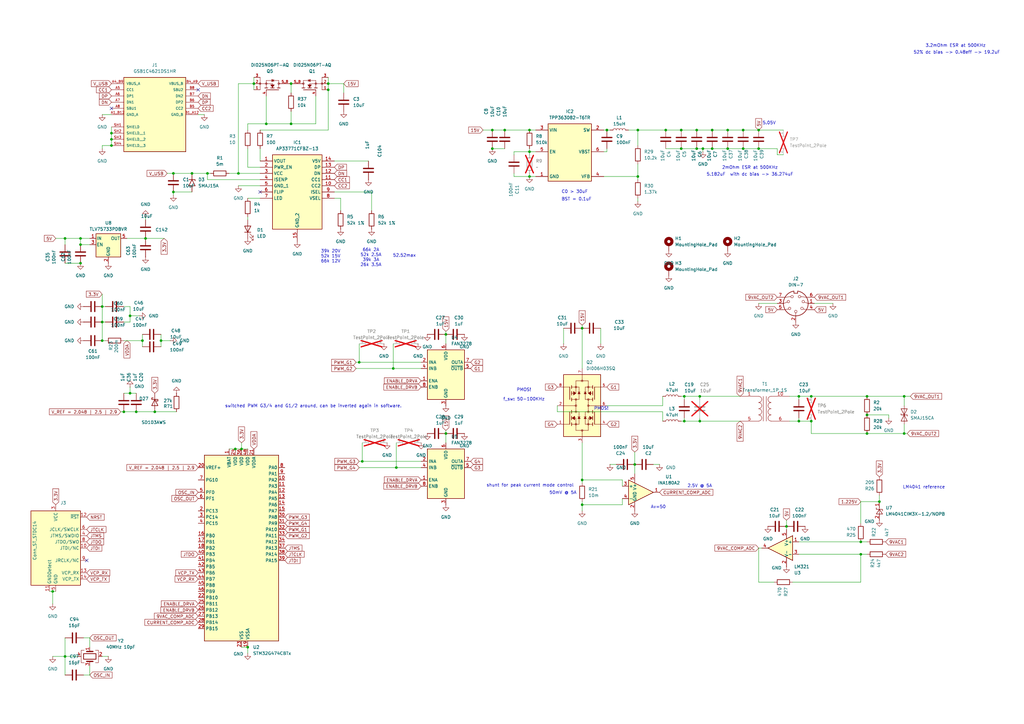
<source format=kicad_sch>
(kicad_sch
	(version 20250114)
	(generator "eeschema")
	(generator_version "9.0")
	(uuid "3c972f41-0cf6-4df5-8102-00aa652b6726")
	(paper "A3")
	
	(text "switched PWM G3/4 and G1/2 around, can be inverted again in software."
		(exclude_from_sim no)
		(at 128.524 166.624 0)
		(effects
			(font
				(size 1.27 1.27)
			)
		)
		(uuid "0e8b58b0-573b-445f-8859-03589f6b4c13")
	)
	(text "52.52max"
		(exclude_from_sim no)
		(at 165.862 104.902 0)
		(effects
			(font
				(size 1.27 1.27)
			)
		)
		(uuid "18e1bcb5-4942-4729-8a38-39d5a8855e62")
	)
	(text "f_sw: 50-100KHz"
		(exclude_from_sim no)
		(at 214.884 163.83 0)
		(effects
			(font
				(size 1.27 1.27)
			)
		)
		(uuid "234528d0-1e10-47ee-b27a-194397580f26")
	)
	(text "C0 > 30uF"
		(exclude_from_sim no)
		(at 235.712 78.74 0)
		(effects
			(font
				(size 1.27 1.27)
			)
		)
		(uuid "39862c9c-c09c-4b15-91fe-688dded6529f")
	)
	(text "2mOhm ESR at 500KHz"
		(exclude_from_sim no)
		(at 307.594 68.834 0)
		(effects
			(font
				(size 1.27 1.27)
			)
		)
		(uuid "51e1654c-827e-4684-9006-cd954eae2f25")
	)
	(text "5.05V"
		(exclude_from_sim no)
		(at 315.468 50.546 0)
		(effects
			(font
				(size 1.27 1.27)
			)
		)
		(uuid "5f160f3f-ac2d-49c9-a3fc-c31efea8403e")
	)
	(text "5.182uF  with dc bias -> 36.274uF"
		(exclude_from_sim no)
		(at 307.594 71.628 0)
		(effects
			(font
				(size 1.27 1.27)
			)
		)
		(uuid "6bb95b7d-18e2-49f0-bbc2-2313eb93db39")
	)
	(text "2.5V @ 5A"
		(exclude_from_sim no)
		(at 287.02 199.39 0)
		(effects
			(font
				(size 1.27 1.27)
			)
		)
		(uuid "806b4fdb-9869-44bf-8c9f-2be4bc2eff6b")
	)
	(text "PMOS!"
		(exclude_from_sim no)
		(at 214.884 160.02 0)
		(effects
			(font
				(size 1.27 1.27)
			)
		)
		(uuid "8133b68a-e2d1-4f5e-87f4-42ae7a9baa61")
	)
	(text "PMOS!"
		(exclude_from_sim no)
		(at 246.634 167.64 0)
		(effects
			(font
				(size 1.27 1.27)
			)
		)
		(uuid "868a4c98-cb9c-4f26-a8d9-50a8a1f8ad13")
	)
	(text "3.2mOhm ESR at 500KHz"
		(exclude_from_sim no)
		(at 391.922 18.796 0)
		(effects
			(font
				(size 1.27 1.27)
			)
		)
		(uuid "942f0fa1-95ce-4cca-b9ce-7354f8577e1d")
	)
	(text "50mV @ 5A"
		(exclude_from_sim no)
		(at 230.886 202.184 0)
		(effects
			(font
				(size 1.27 1.27)
			)
		)
		(uuid "a4b38243-0b55-47ea-8aed-e6b60c0b10eb")
	)
	(text "Av=50"
		(exclude_from_sim no)
		(at 270.002 208.026 0)
		(effects
			(font
				(size 1.27 1.27)
			)
		)
		(uuid "bfb800b4-4e34-4e00-ae5f-d2a96ac238e0")
	)
	(text "52% dc bias -> 0.48eff -> 19.2uF"
		(exclude_from_sim no)
		(at 392.43 21.59 0)
		(effects
			(font
				(size 1.27 1.27)
			)
		)
		(uuid "d935ef20-b823-44b7-bc5f-5563ac11d6f1")
	)
	(text "66k 2A\n52k 2.5A\n39k 3A\n26k 3.5A"
		(exclude_from_sim no)
		(at 152.146 105.664 0)
		(effects
			(font
				(size 1.27 1.27)
			)
		)
		(uuid "d98d8af5-838d-49b2-89e0-78828e67e804")
	)
	(text "shunt for peak current mode control"
		(exclude_from_sim no)
		(at 217.424 199.136 0)
		(effects
			(font
				(size 1.27 1.27)
			)
		)
		(uuid "dc495c54-4fb0-4df9-95a4-480faf46cf4a")
	)
	(text "39k 20V\n52k 15V\n66k 12V"
		(exclude_from_sim no)
		(at 135.636 105.156 0)
		(effects
			(font
				(size 1.27 1.27)
			)
		)
		(uuid "f762216d-93f4-4a5e-9193-004a2d5e5fc5")
	)
	(text "BST = 0.1uF"
		(exclude_from_sim no)
		(at 236.474 81.788 0)
		(effects
			(font
				(size 1.27 1.27)
			)
		)
		(uuid "fb20c05f-0576-4b1e-8b88-c03950a5fb9e")
	)
	(text "LM4041 reference"
		(exclude_from_sim no)
		(at 378.968 199.898 0)
		(effects
			(font
				(size 1.27 1.27)
			)
		)
		(uuid "fb6e896d-f28c-4020-9da6-6ec15bec82b7")
	)
	(junction
		(at 119.38 50.8)
		(diameter 0)
		(color 0 0 0 0)
		(uuid "035d23c0-ad23-4f8c-ae10-1834b4e97699")
	)
	(junction
		(at 260.35 190.5)
		(diameter 0)
		(color 0 0 0 0)
		(uuid "03722880-bef1-454d-b314-15b96251ce1b")
	)
	(junction
		(at 21.59 242.57)
		(diameter 0)
		(color 0 0 0 0)
		(uuid "0f57ed08-4432-415e-a3a9-5672bdd80cc0")
	)
	(junction
		(at 280.67 162.56)
		(diameter 0)
		(color 0 0 0 0)
		(uuid "12ecabfa-d8ef-4780-a317-6a60de8a936a")
	)
	(junction
		(at 355.6 170.18)
		(diameter 0)
		(color 0 0 0 0)
		(uuid "16b84d46-82b7-4566-a38a-75f4cfe4c41d")
	)
	(junction
		(at 78.74 71.12)
		(diameter 0)
		(color 0 0 0 0)
		(uuid "19c81a47-1a6c-4f57-ac22-d5e3fe52c58c")
	)
	(junction
		(at 41.91 132.08)
		(diameter 0)
		(color 0 0 0 0)
		(uuid "1d1d1ab6-764f-42a9-93ad-0184c2ea06f6")
	)
	(junction
		(at 134.62 34.29)
		(diameter 0)
		(color 0 0 0 0)
		(uuid "23eebac0-ac3b-49bd-8fb1-36dc643651d8")
	)
	(junction
		(at 207.01 53.34)
		(diameter 0)
		(color 0 0 0 0)
		(uuid "2c57ee55-c831-46f7-af44-25ea83eeb4d0")
	)
	(junction
		(at 370.84 177.8)
		(diameter 0)
		(color 0 0 0 0)
		(uuid "2f24861c-ef24-458d-967e-bc71a864b0df")
	)
	(junction
		(at 134.62 36.83)
		(diameter 0)
		(color 0 0 0 0)
		(uuid "39ac35b5-d776-4c12-add6-f7941598251b")
	)
	(junction
		(at 355.6 162.56)
		(diameter 0)
		(color 0 0 0 0)
		(uuid "3a24b55c-41d4-4904-9b2b-01460b82eb79")
	)
	(junction
		(at 288.29 60.96)
		(diameter 0)
		(color 0 0 0 0)
		(uuid "40430a42-5211-40e9-9c36-09a906c4edd7")
	)
	(junction
		(at 311.15 53.34)
		(diameter 0)
		(color 0 0 0 0)
		(uuid "425891c6-89ac-45e9-b510-df12f2e1d800")
	)
	(junction
		(at 238.76 207.01)
		(diameter 0)
		(color 0 0 0 0)
		(uuid "430e658b-2771-43d7-84bc-af603779c5f4")
	)
	(junction
		(at 287.02 172.72)
		(diameter 0)
		(color 0 0 0 0)
		(uuid "437fee70-c38f-4212-803c-bc215c919ee0")
	)
	(junction
		(at 55.88 168.91)
		(diameter 0)
		(color 0 0 0 0)
		(uuid "447bde10-6b12-4cba-83d9-6cd9bdf4e762")
	)
	(junction
		(at 327.66 172.72)
		(diameter 0)
		(color 0 0 0 0)
		(uuid "448697a9-4737-44ea-a731-5dcb5d6acb11")
	)
	(junction
		(at 53.34 161.29)
		(diameter 0)
		(color 0 0 0 0)
		(uuid "46834ef6-84ad-4016-90b7-127283a5a136")
	)
	(junction
		(at 353.06 227.33)
		(diameter 0)
		(color 0 0 0 0)
		(uuid "4b49f67d-5afd-48f7-ac1b-41db64b015c6")
	)
	(junction
		(at 322.58 215.9)
		(diameter 0)
		(color 0 0 0 0)
		(uuid "4bbcee71-9414-4dd4-b8fd-68dd0ad17ba6")
	)
	(junction
		(at 59.69 97.79)
		(diameter 0)
		(color 0 0 0 0)
		(uuid "4c067608-37f8-44ab-9f5a-ca05f5ebc20d")
	)
	(junction
		(at 96.52 184.15)
		(diameter 0)
		(color 0 0 0 0)
		(uuid "4dde4f2d-8f05-42d9-bc35-b4091779f89c")
	)
	(junction
		(at 50.8 168.91)
		(diameter 0)
		(color 0 0 0 0)
		(uuid "4e451d9a-88aa-4732-83a2-084f0a9550c2")
	)
	(junction
		(at 279.4 60.96)
		(diameter 0)
		(color 0 0 0 0)
		(uuid "4e5d6310-77cc-4132-bfa8-3821b55c10aa")
	)
	(junction
		(at 104.14 34.29)
		(diameter 0)
		(color 0 0 0 0)
		(uuid "4efa7227-5d01-4225-b631-502d0774e31a")
	)
	(junction
		(at 101.6 265.43)
		(diameter 0)
		(color 0 0 0 0)
		(uuid "59cf2aac-ee56-4e2b-ad9f-feedf4e50f1f")
	)
	(junction
		(at 217.17 72.39)
		(diameter 0)
		(color 0 0 0 0)
		(uuid "660be8d9-fbde-4593-adc2-d4ac456fb172")
	)
	(junction
		(at 182.88 177.8)
		(diameter 0)
		(color 0 0 0 0)
		(uuid "686738d6-263c-4cc2-af57-2f41cb6b5e96")
	)
	(junction
		(at 298.45 53.34)
		(diameter 0)
		(color 0 0 0 0)
		(uuid "69b9bd20-c8e6-4614-b015-68eea0dfcc3a")
	)
	(junction
		(at 148.59 189.23)
		(diameter 0)
		(color 0 0 0 0)
		(uuid "7547cf25-3331-46eb-b9c0-061a835ada61")
	)
	(junction
		(at 332.74 172.72)
		(diameter 0)
		(color 0 0 0 0)
		(uuid "779c0a9c-e570-417e-a20c-da746faebd73")
	)
	(junction
		(at 311.15 60.96)
		(diameter 0)
		(color 0 0 0 0)
		(uuid "79461b3b-2fd1-46b2-8505-3a8fba7111d1")
	)
	(junction
		(at 304.8 53.34)
		(diameter 0)
		(color 0 0 0 0)
		(uuid "82bd5e2c-5b27-4c7d-8e77-4a3558f8c3bc")
	)
	(junction
		(at 99.06 184.15)
		(diameter 0)
		(color 0 0 0 0)
		(uuid "8d0a07f2-4018-45ac-a679-36dec95b38a3")
	)
	(junction
		(at 273.05 53.34)
		(diameter 0)
		(color 0 0 0 0)
		(uuid "8e7702ab-d341-4571-ac3c-3edf6226b2af")
	)
	(junction
		(at 119.38 34.29)
		(diameter 0)
		(color 0 0 0 0)
		(uuid "90b25ef5-402d-4f87-9f7c-9c2c48a20c65")
	)
	(junction
		(at 41.91 139.7)
		(diameter 0)
		(color 0 0 0 0)
		(uuid "98dca95e-f53f-48cc-ad8a-e0a0c66d3acb")
	)
	(junction
		(at 248.92 53.34)
		(diameter 0)
		(color 0 0 0 0)
		(uuid "99a62664-7465-41c7-99ab-c5e091af9817")
	)
	(junction
		(at 109.22 50.8)
		(diameter 0)
		(color 0 0 0 0)
		(uuid "9baf3492-f6ff-4e00-bfbb-98363ebc4cf5")
	)
	(junction
		(at 285.75 60.96)
		(diameter 0)
		(color 0 0 0 0)
		(uuid "a0d9a766-4f84-498f-b0f9-f8505ac4e4fb")
	)
	(junction
		(at 279.4 53.34)
		(diameter 0)
		(color 0 0 0 0)
		(uuid "a1b5120c-0b25-4352-bf0d-3a74c444e699")
	)
	(junction
		(at 201.93 53.34)
		(diameter 0)
		(color 0 0 0 0)
		(uuid "a1badd01-3b21-4085-999c-fb140d7e2bc4")
	)
	(junction
		(at 45.72 57.15)
		(diameter 0)
		(color 0 0 0 0)
		(uuid "a20f672a-41b0-441f-a36c-49bd442edd52")
	)
	(junction
		(at 97.79 71.12)
		(diameter 0)
		(color 0 0 0 0)
		(uuid "a24f1ce0-6da9-45cb-8232-16013191cfbe")
	)
	(junction
		(at 261.62 53.34)
		(diameter 0)
		(color 0 0 0 0)
		(uuid "a4a10ab1-ef3e-452f-9faa-3ba50cc54d8c")
	)
	(junction
		(at 182.88 137.16)
		(diameter 0)
		(color 0 0 0 0)
		(uuid "a52e8ee6-e110-4e91-a730-eda801763dcc")
	)
	(junction
		(at 370.84 162.56)
		(diameter 0)
		(color 0 0 0 0)
		(uuid "ab135de8-ae42-4a02-b908-b0b29e2ecb47")
	)
	(junction
		(at 360.68 205.74)
		(diameter 0)
		(color 0 0 0 0)
		(uuid "ae5846b7-3edf-4c22-a343-36acb92515fd")
	)
	(junction
		(at 292.1 53.34)
		(diameter 0)
		(color 0 0 0 0)
		(uuid "b229ef49-11d8-48e3-9487-2835c6a11988")
	)
	(junction
		(at 45.72 59.69)
		(diameter 0)
		(color 0 0 0 0)
		(uuid "b3b2ceb0-a804-4660-89c8-276053d3f327")
	)
	(junction
		(at 33.02 100.33)
		(diameter 0)
		(color 0 0 0 0)
		(uuid "b3fc8180-d4c3-4854-9b33-443d5f21a5b8")
	)
	(junction
		(at 71.12 78.74)
		(diameter 0)
		(color 0 0 0 0)
		(uuid "b4187b28-45d5-4380-830b-b7080619ee64")
	)
	(junction
		(at 162.56 191.77)
		(diameter 0)
		(color 0 0 0 0)
		(uuid "b4bed920-4979-4c95-90d7-26de0c4a9974")
	)
	(junction
		(at 26.67 97.79)
		(diameter 0)
		(color 0 0 0 0)
		(uuid "b781b2d6-a895-4afd-8dfb-9fe1df7a9e7e")
	)
	(junction
		(at 287.02 162.56)
		(diameter 0)
		(color 0 0 0 0)
		(uuid "ba72b139-177c-4060-a3f6-eb10cb279832")
	)
	(junction
		(at 261.62 72.39)
		(diameter 0)
		(color 0 0 0 0)
		(uuid "babcfd71-e5b4-452c-90b1-4a4ae3e64a67")
	)
	(junction
		(at 26.67 269.24)
		(diameter 0)
		(color 0 0 0 0)
		(uuid "baf1dd0a-e36a-4b34-8020-93a3499e9ae2")
	)
	(junction
		(at 66.04 139.7)
		(diameter 0)
		(color 0 0 0 0)
		(uuid "bd464eec-7965-424c-afe4-193343d590dd")
	)
	(junction
		(at 217.17 53.34)
		(diameter 0)
		(color 0 0 0 0)
		(uuid "c421e81e-c524-48f2-be23-feeb267f1ee9")
	)
	(junction
		(at 58.42 139.7)
		(diameter 0)
		(color 0 0 0 0)
		(uuid "c4c980d0-e835-429d-b9a7-ad4b1b1960b3")
	)
	(junction
		(at 238.76 196.85)
		(diameter 0)
		(color 0 0 0 0)
		(uuid "c54bf8ea-f73b-4066-af45-96e59fd5121c")
	)
	(junction
		(at 292.1 60.96)
		(diameter 0)
		(color 0 0 0 0)
		(uuid "c5c633f9-8733-4d1e-96cb-70f558a6a5b7")
	)
	(junction
		(at 147.32 148.59)
		(diameter 0)
		(color 0 0 0 0)
		(uuid "c6173f5a-6721-4bc9-aff2-3c332520b4cd")
	)
	(junction
		(at 53.34 129.54)
		(diameter 0)
		(color 0 0 0 0)
		(uuid "c9009699-8921-4df5-9901-d6b1535b0221")
	)
	(junction
		(at 33.02 107.95)
		(diameter 0)
		(color 0 0 0 0)
		(uuid "c960621b-0d85-4761-8667-7429bf0a837c")
	)
	(junction
		(at 353.06 222.25)
		(diameter 0)
		(color 0 0 0 0)
		(uuid "cb963968-7093-4ecd-b0df-45e3c7e58b72")
	)
	(junction
		(at 332.74 162.56)
		(diameter 0)
		(color 0 0 0 0)
		(uuid "ce6d93e5-9943-4980-ad22-3cc495b0bb50")
	)
	(junction
		(at 327.66 162.56)
		(diameter 0)
		(color 0 0 0 0)
		(uuid "cfad84f8-a703-49b8-b9de-781927faa0d7")
	)
	(junction
		(at 298.45 60.96)
		(diameter 0)
		(color 0 0 0 0)
		(uuid "d5e8410c-2d0c-4a23-8f26-7cc77885cc9e")
	)
	(junction
		(at 71.12 71.12)
		(diameter 0)
		(color 0 0 0 0)
		(uuid "d95144ca-421e-42cd-8947-2c52c0d9a089")
	)
	(junction
		(at 238.76 134.62)
		(diameter 0)
		(color 0 0 0 0)
		(uuid "da245d33-fa1d-4148-9c83-7bd2bf9176ed")
	)
	(junction
		(at 201.93 60.96)
		(diameter 0)
		(color 0 0 0 0)
		(uuid "da864505-be2b-4611-85a0-6ab34dbe874a")
	)
	(junction
		(at 280.67 172.72)
		(diameter 0)
		(color 0 0 0 0)
		(uuid "dae54668-d2ac-43ed-979a-712aa9c0200d")
	)
	(junction
		(at 285.75 53.34)
		(diameter 0)
		(color 0 0 0 0)
		(uuid "dbd43649-9713-4a89-ad92-9b89637c7944")
	)
	(junction
		(at 45.72 54.61)
		(diameter 0)
		(color 0 0 0 0)
		(uuid "dda0f77d-1fc8-4c3c-8b60-ad9e2c30de79")
	)
	(junction
		(at 33.02 97.79)
		(diameter 0)
		(color 0 0 0 0)
		(uuid "dec2d450-c4d4-4a7e-b7d4-d457d015959b")
	)
	(junction
		(at 304.8 60.96)
		(diameter 0)
		(color 0 0 0 0)
		(uuid "e2087509-e685-4f50-bb68-ef7d1201b605")
	)
	(junction
		(at 63.5 168.91)
		(diameter 0)
		(color 0 0 0 0)
		(uuid "e235faec-6dca-4529-811b-654a13c5487d")
	)
	(junction
		(at 161.29 151.13)
		(diameter 0)
		(color 0 0 0 0)
		(uuid "eab2d6a9-1bc3-450d-b83a-3a4c5c6be614")
	)
	(junction
		(at 41.91 125.73)
		(diameter 0)
		(color 0 0 0 0)
		(uuid "ed1f93df-0488-4b4c-81e6-fd274be5c5e5")
	)
	(junction
		(at 217.17 62.23)
		(diameter 0)
		(color 0 0 0 0)
		(uuid "f4e6196c-323d-43fb-9cec-02b47074cdfa")
	)
	(junction
		(at 85.09 71.12)
		(diameter 0)
		(color 0 0 0 0)
		(uuid "fcb45f81-78a4-4b0f-938b-0a8effd429c2")
	)
	(junction
		(at 355.6 177.8)
		(diameter 0)
		(color 0 0 0 0)
		(uuid "ffa710d9-ea4d-40b2-a998-71a781d6df34")
	)
	(no_connect
		(at 35.56 229.87)
		(uuid "6eb24b60-2160-407a-abf0-228fa53b905f")
	)
	(no_connect
		(at 81.28 36.83)
		(uuid "a0dd31af-2bb8-4b09-9320-df59e89635d5")
	)
	(no_connect
		(at 106.68 78.74)
		(uuid "b67b68a5-047f-4c81-b975-ae4a6ee895d4")
	)
	(no_connect
		(at 45.72 44.45)
		(uuid "befb5081-9840-4f4f-8320-868555d91052")
	)
	(wire
		(pts
			(xy 146.05 148.59) (xy 147.32 148.59)
		)
		(stroke
			(width 0)
			(type default)
		)
		(uuid "05446da5-6aa8-4c7f-ac2a-3c60a1ef50b1")
	)
	(wire
		(pts
			(xy 271.78 166.37) (xy 271.78 162.56)
		)
		(stroke
			(width 0)
			(type default)
		)
		(uuid "05babd3e-108b-4f6c-9036-e0609b1abf04")
	)
	(wire
		(pts
			(xy 246.38 134.62) (xy 246.38 140.97)
		)
		(stroke
			(width 0)
			(type default)
		)
		(uuid "05e52c13-4fbb-40bf-bd77-0cf2ca6c531b")
	)
	(wire
		(pts
			(xy 279.4 162.56) (xy 280.67 162.56)
		)
		(stroke
			(width 0)
			(type default)
		)
		(uuid "0d4ed506-56dc-4198-a8b7-557a36e4a007")
	)
	(wire
		(pts
			(xy 353.06 238.76) (xy 353.06 227.33)
		)
		(stroke
			(width 0)
			(type default)
		)
		(uuid "0d75c7ff-dd83-4cf8-bf21-d6b74bf01b87")
	)
	(wire
		(pts
			(xy 162.56 191.77) (xy 172.72 191.77)
		)
		(stroke
			(width 0)
			(type default)
		)
		(uuid "0d91c39c-2f98-4de3-b1e6-5c6ca3db6130")
	)
	(wire
		(pts
			(xy 109.22 50.8) (xy 119.38 50.8)
		)
		(stroke
			(width 0)
			(type default)
		)
		(uuid "110c79b8-f077-45d8-8acd-555bcdb25eea")
	)
	(wire
		(pts
			(xy 101.6 53.34) (xy 101.6 50.8)
		)
		(stroke
			(width 0)
			(type default)
		)
		(uuid "11183ea6-bb9b-4ba5-8730-1752ce5ed817")
	)
	(wire
		(pts
			(xy 148.59 189.23) (xy 172.72 189.23)
		)
		(stroke
			(width 0)
			(type default)
		)
		(uuid "13d7fb4e-66df-4043-bc50-aa1c9684cef7")
	)
	(wire
		(pts
			(xy 41.91 46.99) (xy 45.72 46.99)
		)
		(stroke
			(width 0)
			(type default)
		)
		(uuid "14728dd0-b0ee-4fba-8eb8-d89f901ab49c")
	)
	(wire
		(pts
			(xy 355.6 170.18) (xy 364.49 170.18)
		)
		(stroke
			(width 0)
			(type default)
		)
		(uuid "14de9336-966d-417e-ab3b-395b0e707e35")
	)
	(wire
		(pts
			(xy 119.38 45.72) (xy 119.38 50.8)
		)
		(stroke
			(width 0)
			(type default)
		)
		(uuid "159ad255-0f5e-4596-bcef-52feb951c9c0")
	)
	(wire
		(pts
			(xy 41.91 132.08) (xy 41.91 139.7)
		)
		(stroke
			(width 0)
			(type default)
		)
		(uuid "15bb2db6-ebc2-42c0-a83d-4f2cacb0dcda")
	)
	(wire
		(pts
			(xy 182.88 135.89) (xy 182.88 137.16)
		)
		(stroke
			(width 0)
			(type default)
		)
		(uuid "161157e8-f0a3-4667-9084-09734d850cc0")
	)
	(wire
		(pts
			(xy 201.93 60.96) (xy 207.01 60.96)
		)
		(stroke
			(width 0)
			(type default)
		)
		(uuid "16f3a8f2-d5ef-410c-8860-ec5b835f58fe")
	)
	(wire
		(pts
			(xy 353.06 205.74) (xy 353.06 214.63)
		)
		(stroke
			(width 0)
			(type default)
		)
		(uuid "179fdb5c-89e9-4bed-bc07-533f4717ef95")
	)
	(wire
		(pts
			(xy 238.76 134.62) (xy 238.76 151.13)
		)
		(stroke
			(width 0)
			(type default)
		)
		(uuid "18f68d82-13b3-4b29-8e4b-47e0cb762ca9")
	)
	(wire
		(pts
			(xy 119.38 34.29) (xy 119.38 38.1)
		)
		(stroke
			(width 0)
			(type default)
		)
		(uuid "190d5523-d15a-4a16-955d-a22f20e2a2d7")
	)
	(wire
		(pts
			(xy 97.79 34.29) (xy 97.79 71.12)
		)
		(stroke
			(width 0)
			(type default)
		)
		(uuid "1a673e07-e46a-461c-9222-d8be826da6ea")
	)
	(wire
		(pts
			(xy 210.82 63.5) (xy 210.82 62.23)
		)
		(stroke
			(width 0)
			(type default)
		)
		(uuid "1ac04d22-c8ef-410c-b1c2-c68dc526e6df")
	)
	(wire
		(pts
			(xy 280.67 162.56) (xy 280.67 163.83)
		)
		(stroke
			(width 0)
			(type default)
		)
		(uuid "1d01092a-833a-408b-962b-a5061fc06af1")
	)
	(wire
		(pts
			(xy 323.85 162.56) (xy 327.66 162.56)
		)
		(stroke
			(width 0)
			(type default)
		)
		(uuid "1d6c11e1-5056-4f23-96e3-dad1044f39a0")
	)
	(wire
		(pts
			(xy 96.52 184.15) (xy 93.98 184.15)
		)
		(stroke
			(width 0)
			(type default)
		)
		(uuid "1dd7436d-aa36-4d78-ac08-87c9bceadf8d")
	)
	(wire
		(pts
			(xy 327.66 222.25) (xy 353.06 222.25)
		)
		(stroke
			(width 0)
			(type default)
		)
		(uuid "1e9f00ab-1d28-433c-8c75-17bd95acc098")
	)
	(wire
		(pts
			(xy 66.04 139.7) (xy 69.85 139.7)
		)
		(stroke
			(width 0)
			(type default)
		)
		(uuid "1f8f6781-b0d9-4366-9290-a1d8cc1e47fd")
	)
	(wire
		(pts
			(xy 370.84 173.99) (xy 370.84 177.8)
		)
		(stroke
			(width 0)
			(type default)
		)
		(uuid "1f9394db-e46f-44a3-bd36-1dd3ba8a323d")
	)
	(wire
		(pts
			(xy 49.53 168.91) (xy 50.8 168.91)
		)
		(stroke
			(width 0)
			(type default)
		)
		(uuid "1fe82f60-84bc-4689-a0fb-6b45783591d2")
	)
	(wire
		(pts
			(xy 370.84 162.56) (xy 373.38 162.56)
		)
		(stroke
			(width 0)
			(type default)
		)
		(uuid "20b3c9a8-dc2d-4a43-bd21-77d9d26a4dd2")
	)
	(wire
		(pts
			(xy 311.15 238.76) (xy 317.5 238.76)
		)
		(stroke
			(width 0)
			(type default)
		)
		(uuid "21c86f3f-9513-42ac-b72c-1c636cebcc7a")
	)
	(wire
		(pts
			(xy 33.02 97.79) (xy 36.83 97.79)
		)
		(stroke
			(width 0)
			(type default)
		)
		(uuid "21f12306-a8fd-4c89-bcd8-7858b3ec6544")
	)
	(wire
		(pts
			(xy 292.1 53.34) (xy 298.45 53.34)
		)
		(stroke
			(width 0)
			(type default)
		)
		(uuid "245efbff-ae45-41b7-89ca-449ded9d29f1")
	)
	(wire
		(pts
			(xy 261.62 82.55) (xy 261.62 81.28)
		)
		(stroke
			(width 0)
			(type default)
		)
		(uuid "269cc68d-b4b8-49c4-82eb-88cbf3ba238f")
	)
	(wire
		(pts
			(xy 50.8 132.08) (xy 53.34 132.08)
		)
		(stroke
			(width 0)
			(type default)
		)
		(uuid "273c0758-793e-4ca5-a285-026cccfd791c")
	)
	(wire
		(pts
			(xy 311.15 53.34) (xy 321.31 53.34)
		)
		(stroke
			(width 0)
			(type default)
		)
		(uuid "27a10e10-ee17-461b-984d-8eeb7e12f176")
	)
	(wire
		(pts
			(xy 53.34 129.54) (xy 53.34 125.73)
		)
		(stroke
			(width 0)
			(type default)
		)
		(uuid "285ef9fb-673d-4f25-888d-9d010c49d13d")
	)
	(wire
		(pts
			(xy 148.59 181.61) (xy 148.59 189.23)
		)
		(stroke
			(width 0)
			(type default)
		)
		(uuid "2af301b0-7a1c-4118-ab47-4f1c494da249")
	)
	(wire
		(pts
			(xy 217.17 60.96) (xy 217.17 62.23)
		)
		(stroke
			(width 0)
			(type default)
		)
		(uuid "2d3b3d94-37fb-4f4a-b572-5e4b9665685a")
	)
	(wire
		(pts
			(xy 288.29 60.96) (xy 288.29 62.23)
		)
		(stroke
			(width 0)
			(type default)
		)
		(uuid "2ed70c1d-31e4-4cd7-abf2-2c5a8c05d91a")
	)
	(wire
		(pts
			(xy 161.29 140.97) (xy 161.29 151.13)
		)
		(stroke
			(width 0)
			(type default)
		)
		(uuid "2f22510e-6c23-4189-bf3d-e8f4dd209de3")
	)
	(wire
		(pts
			(xy 36.83 276.86) (xy 34.29 276.86)
		)
		(stroke
			(width 0)
			(type default)
		)
		(uuid "2f4367f0-0f53-4309-abf1-7b5219bd4fd8")
	)
	(wire
		(pts
			(xy 106.68 73.66) (xy 85.09 73.66)
		)
		(stroke
			(width 0)
			(type default)
		)
		(uuid "2f9095be-5378-4b4d-b47c-dafc25d431ce")
	)
	(wire
		(pts
			(xy 106.68 60.96) (xy 106.68 66.04)
		)
		(stroke
			(width 0)
			(type default)
		)
		(uuid "309978db-4acb-41c4-9b83-cfebd738bee2")
	)
	(wire
		(pts
			(xy 21.59 242.57) (xy 21.59 247.65)
		)
		(stroke
			(width 0)
			(type default)
		)
		(uuid "3653ece6-269d-49a6-b101-19555ce0fbf3")
	)
	(wire
		(pts
			(xy 355.6 162.56) (xy 370.84 162.56)
		)
		(stroke
			(width 0)
			(type default)
		)
		(uuid "365d31d9-2bde-4c68-bb66-e06e70797400")
	)
	(wire
		(pts
			(xy 85.09 73.66) (xy 85.09 71.12)
		)
		(stroke
			(width 0)
			(type default)
		)
		(uuid "380b46d3-90a5-4b76-aa8d-760262b35119")
	)
	(wire
		(pts
			(xy 68.58 71.12) (xy 71.12 71.12)
		)
		(stroke
			(width 0)
			(type default)
		)
		(uuid "391de27f-e6d5-4929-8067-d8722fe6a6ca")
	)
	(wire
		(pts
			(xy 66.04 137.16) (xy 66.04 139.7)
		)
		(stroke
			(width 0)
			(type default)
		)
		(uuid "3b0e183c-3122-4603-a6c7-ef8ea0c02d2d")
	)
	(wire
		(pts
			(xy 353.06 205.74) (xy 360.68 205.74)
		)
		(stroke
			(width 0)
			(type default)
		)
		(uuid "3c26f7d6-4f1f-44cd-9623-87edb058aaba")
	)
	(wire
		(pts
			(xy 327.66 162.56) (xy 332.74 162.56)
		)
		(stroke
			(width 0)
			(type default)
		)
		(uuid "3cfef8c0-5d98-4179-a63d-738200d24946")
	)
	(wire
		(pts
			(xy 59.69 90.17) (xy 59.69 88.9)
		)
		(stroke
			(width 0)
			(type default)
		)
		(uuid "3d1d1861-938b-4e9f-942e-f52d82b90f99")
	)
	(wire
		(pts
			(xy 26.67 269.24) (xy 31.75 269.24)
		)
		(stroke
			(width 0)
			(type default)
		)
		(uuid "3df8e84b-97ab-4d1d-bb6a-8fdaecc4f983")
	)
	(wire
		(pts
			(xy 292.1 60.96) (xy 298.45 60.96)
		)
		(stroke
			(width 0)
			(type default)
		)
		(uuid "3e104683-6826-4423-b704-495c1e90b955")
	)
	(wire
		(pts
			(xy 137.16 66.04) (xy 151.13 66.04)
		)
		(stroke
			(width 0)
			(type default)
		)
		(uuid "3fb0f07e-0bd7-4748-ba77-4e3374a4eee6")
	)
	(wire
		(pts
			(xy 327.66 162.56) (xy 327.66 163.83)
		)
		(stroke
			(width 0)
			(type default)
		)
		(uuid "409037cd-10be-45ac-8a6a-e8d2e8a4a00d")
	)
	(wire
		(pts
			(xy 152.4 78.74) (xy 152.4 86.36)
		)
		(stroke
			(width 0)
			(type default)
		)
		(uuid "42b426a9-3a61-462b-b8a7-e63a2a3529cd")
	)
	(wire
		(pts
			(xy 231.14 134.62) (xy 231.14 140.97)
		)
		(stroke
			(width 0)
			(type default)
		)
		(uuid "42f85a7b-7694-4275-86a1-699b6978a475")
	)
	(wire
		(pts
			(xy 260.35 190.5) (xy 260.35 194.31)
		)
		(stroke
			(width 0)
			(type default)
		)
		(uuid "435f8fea-8c3d-4699-adb6-5f3e90ae0f01")
	)
	(wire
		(pts
			(xy 273.05 60.96) (xy 279.4 60.96)
		)
		(stroke
			(width 0)
			(type default)
		)
		(uuid "43c3d6e6-5bc5-4417-aae5-c091e276e617")
	)
	(wire
		(pts
			(xy 101.6 68.58) (xy 101.6 60.96)
		)
		(stroke
			(width 0)
			(type default)
		)
		(uuid "43def9df-c0fc-4bd0-9846-26f0277d2288")
	)
	(wire
		(pts
			(xy 238.76 198.12) (xy 238.76 196.85)
		)
		(stroke
			(width 0)
			(type default)
		)
		(uuid "44b9a11f-d33c-48d7-9e99-fe0422aae235")
	)
	(wire
		(pts
			(xy 53.34 125.73) (xy 50.8 125.73)
		)
		(stroke
			(width 0)
			(type default)
		)
		(uuid "47cffc84-7629-4f37-b6dd-a646430480cb")
	)
	(wire
		(pts
			(xy 285.75 60.96) (xy 288.29 60.96)
		)
		(stroke
			(width 0)
			(type default)
		)
		(uuid "487e1bd6-7d8c-4dbd-85e4-14e8c00b748f")
	)
	(wire
		(pts
			(xy 287.02 172.72) (xy 303.53 172.72)
		)
		(stroke
			(width 0)
			(type default)
		)
		(uuid "48f7bf94-60b9-4d93-8eda-e822c9748462")
	)
	(wire
		(pts
			(xy 45.72 59.69) (xy 41.91 59.69)
		)
		(stroke
			(width 0)
			(type default)
		)
		(uuid "4b606363-9721-4cf7-a941-be0edd785f91")
	)
	(wire
		(pts
			(xy 332.74 177.8) (xy 332.74 172.72)
		)
		(stroke
			(width 0)
			(type default)
		)
		(uuid "4b720ebf-ab32-4b06-8dcf-a827248916d5")
	)
	(wire
		(pts
			(xy 101.6 88.9) (xy 101.6 90.17)
		)
		(stroke
			(width 0)
			(type default)
		)
		(uuid "4c0a5d3a-83f0-43e7-986d-ce571106ba15")
	)
	(wire
		(pts
			(xy 58.42 139.7) (xy 58.42 137.16)
		)
		(stroke
			(width 0)
			(type default)
		)
		(uuid "4c7a196c-7485-4913-a900-49784e56b6ab")
	)
	(wire
		(pts
			(xy 20.32 242.57) (xy 21.59 242.57)
		)
		(stroke
			(width 0)
			(type default)
		)
		(uuid "4ffa2fd2-4089-4d63-b4e4-139ad86d6b1c")
	)
	(wire
		(pts
			(xy 134.62 34.29) (xy 140.97 34.29)
		)
		(stroke
			(width 0)
			(type default)
		)
		(uuid "516f06d2-7d16-4eb3-abb7-32ce6408ec07")
	)
	(wire
		(pts
			(xy 71.12 71.12) (xy 78.74 71.12)
		)
		(stroke
			(width 0)
			(type default)
		)
		(uuid "52f44a92-512a-49d7-8387-0e030f3bae79")
	)
	(wire
		(pts
			(xy 182.88 137.16) (xy 182.88 140.97)
		)
		(stroke
			(width 0)
			(type default)
		)
		(uuid "5358b258-12c3-4258-b05b-58b611a4f7d2")
	)
	(wire
		(pts
			(xy 41.91 125.73) (xy 43.18 125.73)
		)
		(stroke
			(width 0)
			(type default)
		)
		(uuid "54c88f64-01a3-4202-9d6a-087e499688d3")
	)
	(wire
		(pts
			(xy 129.54 39.37) (xy 129.54 50.8)
		)
		(stroke
			(width 0)
			(type default)
		)
		(uuid "56e2e5da-5973-49e3-aa5f-e13ed5c34f9c")
	)
	(wire
		(pts
			(xy 271.78 172.72) (xy 271.78 168.91)
		)
		(stroke
			(width 0)
			(type default)
		)
		(uuid "57922330-19cc-46bc-bc65-9fd5bf9bf016")
	)
	(wire
		(pts
			(xy 137.16 78.74) (xy 152.4 78.74)
		)
		(stroke
			(width 0)
			(type default)
		)
		(uuid "583f600d-b4fa-43ce-8aa9-96e49bb229eb")
	)
	(wire
		(pts
			(xy 101.6 50.8) (xy 109.22 50.8)
		)
		(stroke
			(width 0)
			(type default)
		)
		(uuid "59ceb8a6-1daa-4541-90ff-20c6752b10be")
	)
	(wire
		(pts
			(xy 304.8 60.96) (xy 311.15 60.96)
		)
		(stroke
			(width 0)
			(type default)
		)
		(uuid "5a809a2a-3cc3-4e23-b87b-a3ed72338c0d")
	)
	(wire
		(pts
			(xy 210.82 71.12) (xy 210.82 72.39)
		)
		(stroke
			(width 0)
			(type default)
		)
		(uuid "5b589f95-6dd6-4598-9b90-6558533dc4d1")
	)
	(wire
		(pts
			(xy 248.92 166.37) (xy 271.78 166.37)
		)
		(stroke
			(width 0)
			(type default)
		)
		(uuid "5b7abd61-051f-4f69-92ee-0f7392c4489f")
	)
	(wire
		(pts
			(xy 250.19 190.5) (xy 252.73 190.5)
		)
		(stroke
			(width 0)
			(type default)
		)
		(uuid "5f2e953b-e784-4f89-a9f9-41a26a5c5eaa")
	)
	(wire
		(pts
			(xy 280.67 172.72) (xy 287.02 172.72)
		)
		(stroke
			(width 0)
			(type default)
		)
		(uuid "6059cc56-0607-42c2-a857-a87568155779")
	)
	(wire
		(pts
			(xy 33.02 100.33) (xy 36.83 100.33)
		)
		(stroke
			(width 0)
			(type default)
		)
		(uuid "617de3ac-a32c-42d4-82e7-e35d6ad53ba3")
	)
	(wire
		(pts
			(xy 99.06 184.15) (xy 96.52 184.15)
		)
		(stroke
			(width 0)
			(type default)
		)
		(uuid "63317604-84d8-4889-af90-831f52c81e59")
	)
	(wire
		(pts
			(xy 370.84 162.56) (xy 370.84 166.37)
		)
		(stroke
			(width 0)
			(type default)
		)
		(uuid "633e60b1-fea2-4055-9a0b-3465c196f8f0")
	)
	(wire
		(pts
			(xy 279.4 60.96) (xy 285.75 60.96)
		)
		(stroke
			(width 0)
			(type default)
		)
		(uuid "65121dd7-3668-4c7a-af70-3c4f7a483608")
	)
	(wire
		(pts
			(xy 318.77 63.5) (xy 318.77 60.96)
		)
		(stroke
			(width 0)
			(type default)
		)
		(uuid "65d079ec-2d46-4a28-ab2d-6d6cae73a124")
	)
	(wire
		(pts
			(xy 360.68 203.2) (xy 360.68 205.74)
		)
		(stroke
			(width 0)
			(type default)
		)
		(uuid "665963d2-4d02-4ee5-b452-31b1191c28cb")
	)
	(wire
		(pts
			(xy 323.85 172.72) (xy 327.66 172.72)
		)
		(stroke
			(width 0)
			(type default)
		)
		(uuid "678dcae1-c3a9-4c2d-b9b7-28fcaeaa289d")
	)
	(wire
		(pts
			(xy 134.62 53.34) (xy 134.62 36.83)
		)
		(stroke
			(width 0)
			(type default)
		)
		(uuid "68def574-da39-4d78-94c9-dabc8c3aabe9")
	)
	(wire
		(pts
			(xy 106.68 53.34) (xy 134.62 53.34)
		)
		(stroke
			(width 0)
			(type default)
		)
		(uuid "692be308-6b68-4705-acce-e022e648d347")
	)
	(wire
		(pts
			(xy 255.27 196.85) (xy 255.27 199.39)
		)
		(stroke
			(width 0)
			(type default)
		)
		(uuid "6adfb438-bfe3-4217-b989-76cfacfafc20")
	)
	(wire
		(pts
			(xy 280.67 162.56) (xy 287.02 162.56)
		)
		(stroke
			(width 0)
			(type default)
		)
		(uuid "6cbf915d-36b9-41de-ba96-94eb8fed6a96")
	)
	(wire
		(pts
			(xy 63.5 168.91) (xy 55.88 168.91)
		)
		(stroke
			(width 0)
			(type default)
		)
		(uuid "6e1d0b65-2147-40a7-ac62-ce0bc8d6ebf4")
	)
	(wire
		(pts
			(xy 83.82 46.99) (xy 81.28 46.99)
		)
		(stroke
			(width 0)
			(type default)
		)
		(uuid "6edd58bb-69da-4d51-b714-cbc4bb70498d")
	)
	(wire
		(pts
			(xy 318.77 60.96) (xy 311.15 60.96)
		)
		(stroke
			(width 0)
			(type default)
		)
		(uuid "6ee202f1-a05d-4c66-a94c-9def6095e2b8")
	)
	(wire
		(pts
			(xy 41.91 59.69) (xy 41.91 60.96)
		)
		(stroke
			(width 0)
			(type default)
		)
		(uuid "718d1832-c990-418e-8b6e-0b86aa284f22")
	)
	(wire
		(pts
			(xy 311.15 238.76) (xy 311.15 224.79)
		)
		(stroke
			(width 0)
			(type default)
		)
		(uuid "71c64c4f-ff22-449a-98fd-8780c0a4d18a")
	)
	(wire
		(pts
			(xy 45.72 57.15) (xy 45.72 59.69)
		)
		(stroke
			(width 0)
			(type default)
		)
		(uuid "73fa565e-45cc-4154-9a7d-2e624c839a86")
	)
	(wire
		(pts
			(xy 311.15 224.79) (xy 312.42 224.79)
		)
		(stroke
			(width 0)
			(type default)
		)
		(uuid "7413dd55-2d7e-4516-8c24-61cc71763307")
	)
	(wire
		(pts
			(xy 248.92 60.96) (xy 248.92 62.23)
		)
		(stroke
			(width 0)
			(type default)
		)
		(uuid "753269bd-533c-4de7-a2d7-ed2af958e6ce")
	)
	(wire
		(pts
			(xy 238.76 207.01) (xy 255.27 207.01)
		)
		(stroke
			(width 0)
			(type default)
		)
		(uuid "75dc482e-4309-4390-874f-79dcaead30bd")
	)
	(wire
		(pts
			(xy 238.76 196.85) (xy 255.27 196.85)
		)
		(stroke
			(width 0)
			(type default)
		)
		(uuid "77096e99-d99c-4130-b46d-949156a115df")
	)
	(wire
		(pts
			(xy 53.34 158.75) (xy 53.34 161.29)
		)
		(stroke
			(width 0)
			(type default)
		)
		(uuid "7844a93c-f22d-4138-9024-73f44cd49f18")
	)
	(wire
		(pts
			(xy 322.58 213.36) (xy 322.58 215.9)
		)
		(stroke
			(width 0)
			(type default)
		)
		(uuid "78a5d0c4-5c80-4ee7-b13b-56a181468e52")
	)
	(wire
		(pts
			(xy 238.76 133.35) (xy 238.76 134.62)
		)
		(stroke
			(width 0)
			(type default)
		)
		(uuid "78ca85cc-6c58-42a5-9929-d74b31717963")
	)
	(wire
		(pts
			(xy 50.8 139.7) (xy 58.42 139.7)
		)
		(stroke
			(width 0)
			(type default)
		)
		(uuid "7a551672-6c95-4028-847f-a53bb00d8918")
	)
	(wire
		(pts
			(xy 71.12 80.01) (xy 71.12 78.74)
		)
		(stroke
			(width 0)
			(type default)
		)
		(uuid "7a9cf3c3-4aca-40de-9d77-a402ac3a1182")
	)
	(wire
		(pts
			(xy 288.29 60.96) (xy 292.1 60.96)
		)
		(stroke
			(width 0)
			(type default)
		)
		(uuid "7b1168b0-2474-4376-8595-9b0b6cc53d7d")
	)
	(wire
		(pts
			(xy 104.14 31.75) (xy 104.14 34.29)
		)
		(stroke
			(width 0)
			(type default)
		)
		(uuid "7b3d96f2-1478-41ab-840a-6f9f3fbfd41a")
	)
	(wire
		(pts
			(xy 287.02 162.56) (xy 287.02 163.83)
		)
		(stroke
			(width 0)
			(type default)
		)
		(uuid "7c030e12-f402-4cef-9273-1eea131a2630")
	)
	(wire
		(pts
			(xy 33.02 97.79) (xy 33.02 100.33)
		)
		(stroke
			(width 0)
			(type default)
		)
		(uuid "7c2ecb9f-862e-49fb-92bf-00f55e8fcaf2")
	)
	(wire
		(pts
			(xy 198.12 53.34) (xy 201.93 53.34)
		)
		(stroke
			(width 0)
			(type default)
		)
		(uuid "7c9d6a46-ec9d-4e01-a370-a71573e76268")
	)
	(wire
		(pts
			(xy 53.34 132.08) (xy 53.34 129.54)
		)
		(stroke
			(width 0)
			(type default)
		)
		(uuid "7d7862ca-3db5-4b23-b311-364aa9890bba")
	)
	(wire
		(pts
			(xy 238.76 181.61) (xy 238.76 196.85)
		)
		(stroke
			(width 0)
			(type default)
		)
		(uuid "7e330f21-4b39-4f74-847d-1a1d2a123c66")
	)
	(wire
		(pts
			(xy 273.05 53.34) (xy 279.4 53.34)
		)
		(stroke
			(width 0)
			(type default)
		)
		(uuid "7ed1d8da-40a4-4a63-abcf-850b6cb56b48")
	)
	(wire
		(pts
			(xy 247.65 72.39) (xy 261.62 72.39)
		)
		(stroke
			(width 0)
			(type default)
		)
		(uuid "804e396d-ee8a-4261-b0dd-d47827a535a9")
	)
	(wire
		(pts
			(xy 134.62 34.29) (xy 134.62 36.83)
		)
		(stroke
			(width 0)
			(type default)
		)
		(uuid "8152108a-0818-4a6e-94bd-13e12bc43a8a")
	)
	(wire
		(pts
			(xy 364.49 171.45) (xy 364.49 170.18)
		)
		(stroke
			(width 0)
			(type default)
		)
		(uuid "82b47de7-8885-4ec2-9832-b5f6da8b65d3")
	)
	(wire
		(pts
			(xy 99.06 181.61) (xy 99.06 184.15)
		)
		(stroke
			(width 0)
			(type default)
		)
		(uuid "8348e5ca-03b8-4e05-9360-81303fbe0810")
	)
	(wire
		(pts
			(xy 147.32 140.97) (xy 147.32 148.59)
		)
		(stroke
			(width 0)
			(type default)
		)
		(uuid "84ded0fc-8700-407a-8f79-a17501f8df80")
	)
	(wire
		(pts
			(xy 59.69 97.79) (xy 52.07 97.79)
		)
		(stroke
			(width 0)
			(type default)
		)
		(uuid "84fdbbc0-d6c0-4b90-99da-9ab795eef83b")
	)
	(wire
		(pts
			(xy 41.91 120.65) (xy 41.91 125.73)
		)
		(stroke
			(width 0)
			(type default)
		)
		(uuid "8a966390-4b90-4545-8f22-b7b72aedd8e6")
	)
	(wire
		(pts
			(xy 53.34 161.29) (xy 50.8 161.29)
		)
		(stroke
			(width 0)
			(type default)
		)
		(uuid "8bf0019e-1ce6-4f0a-900e-6573eba74309")
	)
	(wire
		(pts
			(xy 182.88 177.8) (xy 182.88 181.61)
		)
		(stroke
			(width 0)
			(type default)
		)
		(uuid "8c25ef2c-6da5-4255-8008-16229188f772")
	)
	(wire
		(pts
			(xy 217.17 72.39) (xy 219.71 72.39)
		)
		(stroke
			(width 0)
			(type default)
		)
		(uuid "8c42b630-225e-4a61-a10d-0b76f2017e64")
	)
	(wire
		(pts
			(xy 217.17 53.34) (xy 219.71 53.34)
		)
		(stroke
			(width 0)
			(type default)
		)
		(uuid "8c650baa-fe39-46e7-9634-d26f4c6db28f")
	)
	(wire
		(pts
			(xy 261.62 53.34) (xy 273.05 53.34)
		)
		(stroke
			(width 0)
			(type default)
		)
		(uuid "8d8abf0e-0f78-4dfe-9f2a-eb0101823a52")
	)
	(wire
		(pts
			(xy 287.02 171.45) (xy 287.02 172.72)
		)
		(stroke
			(width 0)
			(type default)
		)
		(uuid "8e7190b3-04a0-4fe4-ba9d-766d311da7c1")
	)
	(wire
		(pts
			(xy 104.14 34.29) (xy 104.14 36.83)
		)
		(stroke
			(width 0)
			(type default)
		)
		(uuid "8f14cee0-444f-4924-92d7-448dd89beafe")
	)
	(wire
		(pts
			(xy 217.17 62.23) (xy 217.17 63.5)
		)
		(stroke
			(width 0)
			(type default)
		)
		(uuid "8f2ac4e1-6a2c-4020-890b-b4a12323ff08")
	)
	(wire
		(pts
			(xy 332.74 162.56) (xy 355.6 162.56)
		)
		(stroke
			(width 0)
			(type default)
		)
		(uuid "8f7125c7-49fe-4579-bdbf-ae51709d451e")
	)
	(wire
		(pts
			(xy 146.05 151.13) (xy 161.29 151.13)
		)
		(stroke
			(width 0)
			(type default)
		)
		(uuid "905527ad-9a2d-4996-ad5f-0ad2124f5a2d")
	)
	(wire
		(pts
			(xy 36.83 261.62) (xy 34.29 261.62)
		)
		(stroke
			(width 0)
			(type default)
		)
		(uuid "914ad7ba-5fca-459f-ad25-a12e34a57b36")
	)
	(wire
		(pts
			(xy 287.02 162.56) (xy 303.53 162.56)
		)
		(stroke
			(width 0)
			(type default)
		)
		(uuid "9273d432-068b-40dd-9fef-b9e39ed0941a")
	)
	(wire
		(pts
			(xy 41.91 132.08) (xy 43.18 132.08)
		)
		(stroke
			(width 0)
			(type default)
		)
		(uuid "92a34b5c-63c0-4e2a-98ac-ff8e722102f0")
	)
	(wire
		(pts
			(xy 139.7 81.28) (xy 139.7 86.36)
		)
		(stroke
			(width 0)
			(type default)
		)
		(uuid "9359e7c0-de67-46c4-ab96-ff3a1f7e204c")
	)
	(wire
		(pts
			(xy 217.17 62.23) (xy 219.71 62.23)
		)
		(stroke
			(width 0)
			(type default)
		)
		(uuid "9647fb0f-4947-48b3-acf5-56804e2ec748")
	)
	(wire
		(pts
			(xy 325.12 238.76) (xy 353.06 238.76)
		)
		(stroke
			(width 0)
			(type default)
		)
		(uuid "96c9a80b-b362-4c30-a3f8-ef72611ef99d")
	)
	(wire
		(pts
			(xy 162.56 181.61) (xy 162.56 191.77)
		)
		(stroke
			(width 0)
			(type default)
		)
		(uuid "974408cf-b0c8-4b76-ae60-6f72f1db9a1d")
	)
	(wire
		(pts
			(xy 134.62 31.75) (xy 134.62 34.29)
		)
		(stroke
			(width 0)
			(type default)
		)
		(uuid "978b3560-ecf7-45bf-a17c-d1abfb6c590a")
	)
	(wire
		(pts
			(xy 161.29 151.13) (xy 172.72 151.13)
		)
		(stroke
			(width 0)
			(type default)
		)
		(uuid "99dfb76a-8163-41be-a987-361b024fdc86")
	)
	(wire
		(pts
			(xy 353.06 227.33) (xy 355.6 227.33)
		)
		(stroke
			(width 0)
			(type default)
		)
		(uuid "9aa93002-9ca7-4874-be8f-d90e588317ca")
	)
	(wire
		(pts
			(xy 66.04 139.7) (xy 66.04 142.24)
		)
		(stroke
			(width 0)
			(type default)
		)
		(uuid "9ac306ec-2078-40ee-a3e3-2f36e0116173")
	)
	(wire
		(pts
			(xy 41.91 269.24) (xy 44.45 269.24)
		)
		(stroke
			(width 0)
			(type default)
		)
		(uuid "9c20504a-4362-4816-bd68-e0f7e3d3256e")
	)
	(wire
		(pts
			(xy 43.18 139.7) (xy 41.91 139.7)
		)
		(stroke
			(width 0)
			(type default)
		)
		(uuid "9d1b6eda-d8e3-4450-89f5-b9b2d1e727d4")
	)
	(wire
		(pts
			(xy 247.65 53.34) (xy 248.92 53.34)
		)
		(stroke
			(width 0)
			(type default)
		)
		(uuid "9db2fe80-f627-4ea7-9353-2420474bb8db")
	)
	(wire
		(pts
			(xy 99.06 265.43) (xy 101.6 265.43)
		)
		(stroke
			(width 0)
			(type default)
		)
		(uuid "9f184ea5-dbed-4661-a9bd-2a691aad7a80")
	)
	(wire
		(pts
			(xy 97.79 71.12) (xy 106.68 71.12)
		)
		(stroke
			(width 0)
			(type default)
		)
		(uuid "a048a5ba-5913-445d-8c33-2450f52da74f")
	)
	(wire
		(pts
			(xy 327.66 172.72) (xy 332.74 172.72)
		)
		(stroke
			(width 0)
			(type default)
		)
		(uuid "a156c318-5105-4687-b681-95483aa65499")
	)
	(wire
		(pts
			(xy 285.75 53.34) (xy 292.1 53.34)
		)
		(stroke
			(width 0)
			(type default)
		)
		(uuid "a2449a89-a8f3-481a-b9de-59aa0d17ee45")
	)
	(wire
		(pts
			(xy 22.86 97.79) (xy 26.67 97.79)
		)
		(stroke
			(width 0)
			(type default)
		)
		(uuid "a5fd40ba-39b4-4ff5-9628-b6c14adc2faf")
	)
	(wire
		(pts
			(xy 217.17 71.12) (xy 217.17 72.39)
		)
		(stroke
			(width 0)
			(type default)
		)
		(uuid "a673719c-90ed-4b42-9788-e3a950e511ea")
	)
	(wire
		(pts
			(xy 36.83 265.43) (xy 36.83 261.62)
		)
		(stroke
			(width 0)
			(type default)
		)
		(uuid "aa9105c5-c5a9-4fc4-837b-8e86113c81ad")
	)
	(wire
		(pts
			(xy 334.01 124.46) (xy 341.63 124.46)
		)
		(stroke
			(width 0)
			(type default)
		)
		(uuid "aacdd408-2d0e-46dd-977a-28eedd3c4d6a")
	)
	(wire
		(pts
			(xy 57.15 129.54) (xy 53.34 129.54)
		)
		(stroke
			(width 0)
			(type default)
		)
		(uuid "b0543185-d357-4d5e-a6cb-c6f1851d2adc")
	)
	(wire
		(pts
			(xy 93.98 71.12) (xy 97.79 71.12)
		)
		(stroke
			(width 0)
			(type default)
		)
		(uuid "b0b9d538-4b9d-465e-9558-7f3b2445ff02")
	)
	(wire
		(pts
			(xy 311.15 124.46) (xy 318.77 124.46)
		)
		(stroke
			(width 0)
			(type default)
		)
		(uuid "b4a5f177-4508-4019-9c00-823040e5fe10")
	)
	(wire
		(pts
			(xy 332.74 177.8) (xy 355.6 177.8)
		)
		(stroke
			(width 0)
			(type default)
		)
		(uuid "b90901f6-a4f7-4e56-a5ee-21f6feadf5fe")
	)
	(wire
		(pts
			(xy 353.06 222.25) (xy 355.6 222.25)
		)
		(stroke
			(width 0)
			(type default)
		)
		(uuid "b94904e6-3549-4c60-98fe-9400e102af04")
	)
	(wire
		(pts
			(xy 85.09 71.12) (xy 86.36 71.12)
		)
		(stroke
			(width 0)
			(type default)
		)
		(uuid "ba177a6b-4343-4c21-8d87-65dc90fc6dc1")
	)
	(wire
		(pts
			(xy 109.22 39.37) (xy 109.22 50.8)
		)
		(stroke
			(width 0)
			(type default)
		)
		(uuid "bb6547cb-fdf7-4581-83f5-649feaa3661b")
	)
	(wire
		(pts
			(xy 26.67 269.24) (xy 26.67 276.86)
		)
		(stroke
			(width 0)
			(type default)
		)
		(uuid "bb685ad2-68b9-4705-bc18-90f9023197a1")
	)
	(wire
		(pts
			(xy 279.4 172.72) (xy 280.67 172.72)
		)
		(stroke
			(width 0)
			(type default)
		)
		(uuid "bc7e83de-cfdc-4f5a-b4ec-605f65306328")
	)
	(wire
		(pts
			(xy 298.45 53.34) (xy 304.8 53.34)
		)
		(stroke
			(width 0)
			(type default)
		)
		(uuid "c13d38f3-411c-4c82-b668-5b41246b99e8")
	)
	(wire
		(pts
			(xy 322.58 215.9) (xy 322.58 217.17)
		)
		(stroke
			(width 0)
			(type default)
		)
		(uuid "c1b7a06d-bf8a-43d1-a170-895d8acb73f3")
	)
	(wire
		(pts
			(xy 55.88 161.29) (xy 53.34 161.29)
		)
		(stroke
			(width 0)
			(type default)
		)
		(uuid "c2ac432a-c125-437a-bd35-c90f05896e4d")
	)
	(wire
		(pts
			(xy 45.72 52.07) (xy 45.72 54.61)
		)
		(stroke
			(width 0)
			(type default)
		)
		(uuid "c56f1767-337f-4433-842c-3773663993c5")
	)
	(wire
		(pts
			(xy 137.16 81.28) (xy 139.7 81.28)
		)
		(stroke
			(width 0)
			(type default)
		)
		(uuid "c62bb9b5-da27-427e-b4c2-b35e357d386e")
	)
	(wire
		(pts
			(xy 78.74 71.12) (xy 85.09 71.12)
		)
		(stroke
			(width 0)
			(type default)
		)
		(uuid "c6746a31-61d0-4f61-a684-69de0f32180d")
	)
	(wire
		(pts
			(xy 260.35 185.42) (xy 260.35 190.5)
		)
		(stroke
			(width 0)
			(type default)
		)
		(uuid "c7bb3de6-079f-4088-b159-474d52c18383")
	)
	(wire
		(pts
			(xy 201.93 53.34) (xy 207.01 53.34)
		)
		(stroke
			(width 0)
			(type default)
		)
		(uuid "c92bd369-fe7b-41f3-bd4a-5900f5741739")
	)
	(wire
		(pts
			(xy 261.62 53.34) (xy 257.81 53.34)
		)
		(stroke
			(width 0)
			(type default)
		)
		(uuid "c9761b67-ad7b-4bfe-b56c-efcd57f05c0f")
	)
	(wire
		(pts
			(xy 210.82 72.39) (xy 217.17 72.39)
		)
		(stroke
			(width 0)
			(type default)
		)
		(uuid "ca40592c-84a2-4b8e-be5a-b10ad15485c3")
	)
	(wire
		(pts
			(xy 304.8 53.34) (xy 311.15 53.34)
		)
		(stroke
			(width 0)
			(type default)
		)
		(uuid "ca668028-ce2b-4e16-a73f-74e9a0c70a00")
	)
	(wire
		(pts
			(xy 21.59 242.57) (xy 22.86 242.57)
		)
		(stroke
			(width 0)
			(type default)
		)
		(uuid "cb4df33a-b2d1-489e-b17b-f7cf7fc65a69")
	)
	(wire
		(pts
			(xy 101.6 81.28) (xy 106.68 81.28)
		)
		(stroke
			(width 0)
			(type default)
		)
		(uuid "cffc6d63-f65f-42fa-8884-e5ee270c7150")
	)
	(wire
		(pts
			(xy 67.31 97.79) (xy 59.69 97.79)
		)
		(stroke
			(width 0)
			(type default)
		)
		(uuid "d17a97fe-8eec-4ce4-984d-5eccc58e068c")
	)
	(wire
		(pts
			(xy 50.8 168.91) (xy 55.88 168.91)
		)
		(stroke
			(width 0)
			(type default)
		)
		(uuid "d1fdf685-a079-4822-b4bd-4a5423ce1105")
	)
	(wire
		(pts
			(xy 97.79 76.2) (xy 106.68 76.2)
		)
		(stroke
			(width 0)
			(type default)
		)
		(uuid "d3cb49fa-24f9-4b5e-9f91-606513ca69dc")
	)
	(wire
		(pts
			(xy 271.78 168.91) (xy 228.6 168.91)
		)
		(stroke
			(width 0)
			(type default)
		)
		(uuid "d64c14fe-9975-4f64-a833-67a984018938")
	)
	(wire
		(pts
			(xy 280.67 171.45) (xy 280.67 172.72)
		)
		(stroke
			(width 0)
			(type default)
		)
		(uuid "d6de3756-fa38-4287-946c-0e2d05b7f0c9")
	)
	(wire
		(pts
			(xy 279.4 53.34) (xy 285.75 53.34)
		)
		(stroke
			(width 0)
			(type default)
		)
		(uuid "d909becc-7666-4bb6-861a-a21afe02cf83")
	)
	(wire
		(pts
			(xy 101.6 184.15) (xy 99.06 184.15)
		)
		(stroke
			(width 0)
			(type default)
		)
		(uuid "da336d1e-f6aa-45e8-87ad-1b9aaac42123")
	)
	(wire
		(pts
			(xy 238.76 209.55) (xy 238.76 207.01)
		)
		(stroke
			(width 0)
			(type default)
		)
		(uuid "dacf4aa9-e45e-42b0-9d91-ff669ed0c6cb")
	)
	(wire
		(pts
			(xy 106.68 68.58) (xy 101.6 68.58)
		)
		(stroke
			(width 0)
			(type default)
		)
		(uuid "dcc8833d-cdf2-4c05-bba9-0af96d0d2e84")
	)
	(wire
		(pts
			(xy 119.38 50.8) (xy 129.54 50.8)
		)
		(stroke
			(width 0)
			(type default)
		)
		(uuid "dd693d80-0f3e-4969-b7e4-2a88d8705e30")
	)
	(wire
		(pts
			(xy 26.67 261.62) (xy 26.67 269.24)
		)
		(stroke
			(width 0)
			(type default)
		)
		(uuid "ddf27f11-837c-4ea0-939e-afeb4eec9079")
	)
	(wire
		(pts
			(xy 147.32 191.77) (xy 162.56 191.77)
		)
		(stroke
			(width 0)
			(type default)
		)
		(uuid "de3275b7-1d11-4c06-b802-211d730aff05")
	)
	(wire
		(pts
			(xy 140.97 34.29) (xy 140.97 38.1)
		)
		(stroke
			(width 0)
			(type default)
		)
		(uuid "e2a395e1-96e9-4ccc-a133-9feffe4ad12e")
	)
	(wire
		(pts
			(xy 255.27 207.01) (xy 255.27 204.47)
		)
		(stroke
			(width 0)
			(type default)
		)
		(uuid "e4ce82c8-fba9-41a9-aad4-6026b70b874b")
	)
	(wire
		(pts
			(xy 58.42 139.7) (xy 58.42 142.24)
		)
		(stroke
			(width 0)
			(type default)
		)
		(uuid "e5a2f7c3-4b73-463f-bef6-b19a9957d698")
	)
	(wire
		(pts
			(xy 238.76 205.74) (xy 238.76 207.01)
		)
		(stroke
			(width 0)
			(type default)
		)
		(uuid "e78a0761-9b15-4360-8ebe-5b0e5e0cede4")
	)
	(wire
		(pts
			(xy 104.14 34.29) (xy 97.79 34.29)
		)
		(stroke
			(width 0)
			(type default)
		)
		(uuid "e7d08474-ffdc-4677-b384-37dadab4aa5c")
	)
	(wire
		(pts
			(xy 26.67 97.79) (xy 33.02 97.79)
		)
		(stroke
			(width 0)
			(type default)
		)
		(uuid "e81b1c08-ff15-441b-aef7-a66f25362d55")
	)
	(wire
		(pts
			(xy 147.32 189.23) (xy 148.59 189.23)
		)
		(stroke
			(width 0)
			(type default)
		)
		(uuid "e84047e1-e3f8-4817-9756-cd38c4269b7f")
	)
	(wire
		(pts
			(xy 210.82 62.23) (xy 217.17 62.23)
		)
		(stroke
			(width 0)
			(type default)
		)
		(uuid "e862b9c8-d8dd-4354-8ffe-32a78d448213")
	)
	(wire
		(pts
			(xy 71.12 78.74) (xy 78.74 78.74)
		)
		(stroke
			(width 0)
			(type default)
		)
		(uuid "e95b7da6-b309-442c-9b0e-1f9242e30753")
	)
	(wire
		(pts
			(xy 147.32 148.59) (xy 172.72 148.59)
		)
		(stroke
			(width 0)
			(type default)
		)
		(uuid "e9e22e5c-deb3-4097-85b0-50ad1f201ecd")
	)
	(wire
		(pts
			(xy 327.66 171.45) (xy 327.66 172.72)
		)
		(stroke
			(width 0)
			(type default)
		)
		(uuid "ec0463d1-10b4-47ba-afb7-f1653bf449f5")
	)
	(wire
		(pts
			(xy 298.45 60.96) (xy 304.8 60.96)
		)
		(stroke
			(width 0)
			(type default)
		)
		(uuid "ed158753-c09d-41f4-838d-d5547770a286")
	)
	(wire
		(pts
			(xy 36.83 273.05) (xy 36.83 276.86)
		)
		(stroke
			(width 0)
			(type default)
		)
		(uuid "ed1dd9b8-e079-4955-887f-c376cc7de9b3")
	)
	(wire
		(pts
			(xy 370.84 177.8) (xy 372.11 177.8)
		)
		(stroke
			(width 0)
			(type default)
		)
		(uuid "ed4fff9d-9789-490d-9cf9-da1a3335e53e")
	)
	(wire
		(pts
			(xy 321.31 63.5) (xy 318.77 63.5)
		)
		(stroke
			(width 0)
			(type default)
		)
		(uuid "edad6ba7-8c47-4b3a-b6a7-df9d16f9e096")
	)
	(wire
		(pts
			(xy 207.01 53.34) (xy 217.17 53.34)
		)
		(stroke
			(width 0)
			(type default)
		)
		(uuid "ef0e077b-eba3-4d14-a249-a3e7ae6df377")
	)
	(wire
		(pts
			(xy 248.92 62.23) (xy 247.65 62.23)
		)
		(stroke
			(width 0)
			(type default)
		)
		(uuid "efb9409b-8b62-482f-bcf9-fdc38d7b3f88")
	)
	(wire
		(pts
			(xy 261.62 67.31) (xy 261.62 72.39)
		)
		(stroke
			(width 0)
			(type default)
		)
		(uuid "eff8454b-56e7-439e-ac85-684e8d8e4440")
	)
	(wire
		(pts
			(xy 248.92 53.34) (xy 250.19 53.34)
		)
		(stroke
			(width 0)
			(type default)
		)
		(uuid "f0cf4b45-2aa5-40b7-a46f-6bb489c30405")
	)
	(wire
		(pts
			(xy 261.62 73.66) (xy 261.62 72.39)
		)
		(stroke
			(width 0)
			(type default)
		)
		(uuid "f16d05a0-a1d5-46e1-8f98-ac061f3de834")
	)
	(wire
		(pts
			(xy 72.39 168.91) (xy 63.5 168.91)
		)
		(stroke
			(width 0)
			(type default)
		)
		(uuid "f1ccc34f-0717-4b3a-869a-af3b8efbf42d")
	)
	(wire
		(pts
			(xy 21.59 269.24) (xy 26.67 269.24)
		)
		(stroke
			(width 0)
			(type default)
		)
		(uuid "f22f9976-f9f5-4ffc-b2cf-5c0c2f403af6")
	)
	(wire
		(pts
			(xy 101.6 267.97) (xy 101.6 265.43)
		)
		(stroke
			(width 0)
			(type default)
		)
		(uuid "f3a50714-cd17-4d24-be80-d690bf588168")
	)
	(wire
		(pts
			(xy 45.72 54.61) (xy 45.72 57.15)
		)
		(stroke
			(width 0)
			(type default)
		)
		(uuid "f4c21bbb-1648-4414-bf5b-38209a9c70cf")
	)
	(wire
		(pts
			(xy 26.67 107.95) (xy 33.02 107.95)
		)
		(stroke
			(width 0)
			(type default)
		)
		(uuid "f59d023d-dac4-4fca-bb28-73e550dbb8b1")
	)
	(wire
		(pts
			(xy 355.6 177.8) (xy 370.84 177.8)
		)
		(stroke
			(width 0)
			(type default)
		)
		(uuid "f6d00e8d-b777-49f8-b4ca-dfc029123f3d")
	)
	(wire
		(pts
			(xy 41.91 125.73) (xy 41.91 132.08)
		)
		(stroke
			(width 0)
			(type default)
		)
		(uuid "f7f34884-832c-45e4-a206-3e2098232be8")
	)
	(wire
		(pts
			(xy 327.66 227.33) (xy 353.06 227.33)
		)
		(stroke
			(width 0)
			(type default)
		)
		(uuid "fb139796-d550-44eb-83f7-471d156d04b7")
	)
	(wire
		(pts
			(xy 26.67 97.79) (xy 26.67 100.33)
		)
		(stroke
			(width 0)
			(type default)
		)
		(uuid "fbdad19e-4216-45cb-97a1-a89a0b15130d")
	)
	(wire
		(pts
			(xy 182.88 176.53) (xy 182.88 177.8)
		)
		(stroke
			(width 0)
			(type default)
		)
		(uuid "fc88051d-919b-4d68-ad2e-8a91e6ec28f1")
	)
	(wire
		(pts
			(xy 270.51 190.5) (xy 267.97 190.5)
		)
		(stroke
			(width 0)
			(type default)
		)
		(uuid "fc89d4d2-b9bc-49e1-ae52-9be06eaffa23")
	)
	(wire
		(pts
			(xy 261.62 59.69) (xy 261.62 53.34)
		)
		(stroke
			(width 0)
			(type default)
		)
		(uuid "fcfd4b8a-e467-41d2-a6e5-44c383d5bc3a")
	)
	(wire
		(pts
			(xy 228.6 168.91) (xy 228.6 166.37)
		)
		(stroke
			(width 0)
			(type default)
		)
		(uuid "fee6e92b-6c4d-4168-80a6-b2dddb67e7e8")
	)
	(global_label "DN"
		(shape input)
		(at 81.28 39.37 0)
		(fields_autoplaced yes)
		(effects
			(font
				(size 1.27 1.27)
			)
			(justify left)
		)
		(uuid "052b70a9-6509-4126-8928-045718b602de")
		(property "Intersheetrefs" "${INTERSHEET_REFS}"
			(at 86.8657 39.37 0)
			(effects
				(font
					(size 1.27 1.27)
				)
				(justify left)
				(hide yes)
			)
		)
	)
	(global_label "15V"
		(shape input)
		(at 182.88 176.53 90)
		(fields_autoplaced yes)
		(effects
			(font
				(size 1.27 1.27)
			)
			(justify left)
		)
		(uuid "062c8345-8ccb-4cad-8e95-d00298a822ff")
		(property "Intersheetrefs" "${INTERSHEET_REFS}"
			(at 182.88 170.0372 90)
			(effects
				(font
					(size 1.27 1.27)
				)
				(justify left)
				(hide yes)
			)
		)
	)
	(global_label "JTMS"
		(shape input)
		(at 35.56 219.71 0)
		(fields_autoplaced yes)
		(effects
			(font
				(size 1.27 1.27)
			)
			(justify left)
		)
		(uuid "0827adec-72ba-413d-af79-6b7dfca77ca5")
		(property "Intersheetrefs" "${INTERSHEET_REFS}"
			(at 43.1413 219.71 0)
			(effects
				(font
					(size 1.27 1.27)
				)
				(justify left)
				(hide yes)
			)
		)
	)
	(global_label "ENABLE_DRVB"
		(shape input)
		(at 172.72 158.75 180)
		(fields_autoplaced yes)
		(effects
			(font
				(size 1.27 1.27)
			)
			(justify right)
		)
		(uuid "0b2da689-cff2-4319-84f3-1855f838e9ac")
		(property "Intersheetrefs" "${INTERSHEET_REFS}"
			(at 156.8534 158.75 0)
			(effects
				(font
					(size 1.27 1.27)
				)
				(justify right)
				(hide yes)
			)
		)
	)
	(global_label "G1"
		(shape input)
		(at 193.04 151.13 0)
		(fields_autoplaced yes)
		(effects
			(font
				(size 1.27 1.27)
			)
			(justify left)
		)
		(uuid "0b5c6b46-1c6b-4a67-aee6-71c805ae5c0d")
		(property "Intersheetrefs" "${INTERSHEET_REFS}"
			(at 198.5047 151.13 0)
			(effects
				(font
					(size 1.27 1.27)
				)
				(justify left)
				(hide yes)
			)
		)
	)
	(global_label "JTDI"
		(shape input)
		(at 116.84 229.87 0)
		(fields_autoplaced yes)
		(effects
			(font
				(size 1.27 1.27)
			)
			(justify left)
		)
		(uuid "0b944950-7dd1-4f54-9cb9-618c5d9ec3ea")
		(property "Intersheetrefs" "${INTERSHEET_REFS}"
			(at 123.6352 229.87 0)
			(effects
				(font
					(size 1.27 1.27)
				)
				(justify left)
				(hide yes)
			)
		)
	)
	(global_label "ENABLE_DRVA"
		(shape input)
		(at 172.72 196.85 180)
		(fields_autoplaced yes)
		(effects
			(font
				(size 1.27 1.27)
			)
			(justify right)
		)
		(uuid "131ebbbd-c20e-46bb-b668-ec42bb183aed")
		(property "Intersheetrefs" "${INTERSHEET_REFS}"
			(at 157.0348 196.85 0)
			(effects
				(font
					(size 1.27 1.27)
				)
				(justify right)
				(hide yes)
			)
		)
	)
	(global_label "JTDI"
		(shape input)
		(at 35.56 224.79 0)
		(fields_autoplaced yes)
		(effects
			(font
				(size 1.27 1.27)
			)
			(justify left)
		)
		(uuid "13a952c5-c172-43b8-9313-9bc084cc763d")
		(property "Intersheetrefs" "${INTERSHEET_REFS}"
			(at 42.3552 224.79 0)
			(effects
				(font
					(size 1.27 1.27)
				)
				(justify left)
				(hide yes)
			)
		)
	)
	(global_label "CC2"
		(shape input)
		(at 137.16 76.2 0)
		(fields_autoplaced yes)
		(effects
			(font
				(size 1.27 1.27)
			)
			(justify left)
		)
		(uuid "15db7c3f-9a02-4b4f-8201-45a1d8a664f3")
		(property "Intersheetrefs" "${INTERSHEET_REFS}"
			(at 143.8947 76.2 0)
			(effects
				(font
					(size 1.27 1.27)
				)
				(justify left)
				(hide yes)
			)
		)
	)
	(global_label "DN"
		(shape input)
		(at 45.72 41.91 180)
		(fields_autoplaced yes)
		(effects
			(font
				(size 1.27 1.27)
			)
			(justify right)
		)
		(uuid "19db94c9-fbf0-4608-8e85-72b0ca540501")
		(property "Intersheetrefs" "${INTERSHEET_REFS}"
			(at 40.1343 41.91 0)
			(effects
				(font
					(size 1.27 1.27)
				)
				(justify right)
				(hide yes)
			)
		)
	)
	(global_label "ENABLE_DRVB"
		(shape input)
		(at 172.72 199.39 180)
		(fields_autoplaced yes)
		(effects
			(font
				(size 1.27 1.27)
			)
			(justify right)
		)
		(uuid "1cc51a6c-1a95-49a2-a0a5-8c3c666831e6")
		(property "Intersheetrefs" "${INTERSHEET_REFS}"
			(at 156.8534 199.39 0)
			(effects
				(font
					(size 1.27 1.27)
				)
				(justify right)
				(hide yes)
			)
		)
	)
	(global_label "G3"
		(shape input)
		(at 228.6 158.75 180)
		(fields_autoplaced yes)
		(effects
			(font
				(size 1.27 1.27)
			)
			(justify right)
		)
		(uuid "1d710c22-b043-40d3-b205-850fd493a4b3")
		(property "Intersheetrefs" "${INTERSHEET_REFS}"
			(at 223.1353 158.75 0)
			(effects
				(font
					(size 1.27 1.27)
				)
				(justify right)
				(hide yes)
			)
		)
	)
	(global_label "ENABLE_DRVA"
		(shape input)
		(at 172.72 156.21 180)
		(fields_autoplaced yes)
		(effects
			(font
				(size 1.27 1.27)
			)
			(justify right)
		)
		(uuid "1f35705f-6fd7-4fc8-9222-f8b02b25ebf0")
		(property "Intersheetrefs" "${INTERSHEET_REFS}"
			(at 157.0348 156.21 0)
			(effects
				(font
					(size 1.27 1.27)
				)
				(justify right)
				(hide yes)
			)
		)
	)
	(global_label "JTCLK"
		(shape input)
		(at 35.56 217.17 0)
		(fields_autoplaced yes)
		(effects
			(font
				(size 1.27 1.27)
			)
			(justify left)
		)
		(uuid "21cb6ee6-ed3a-4f3e-a1c5-757ca28ba88b")
		(property "Intersheetrefs" "${INTERSHEET_REFS}"
			(at 44.0485 217.17 0)
			(effects
				(font
					(size 1.27 1.27)
				)
				(justify left)
				(hide yes)
			)
		)
	)
	(global_label "5V"
		(shape input)
		(at 318.77 127 180)
		(fields_autoplaced yes)
		(effects
			(font
				(size 1.27 1.27)
			)
			(justify right)
		)
		(uuid "220d0b40-6732-4620-b8ee-469daf12505e")
		(property "Intersheetrefs" "${INTERSHEET_REFS}"
			(at 313.4867 127 0)
			(effects
				(font
					(size 1.27 1.27)
				)
				(justify right)
				(hide yes)
			)
		)
	)
	(global_label "9VAC2"
		(shape input)
		(at 363.22 227.33 0)
		(fields_autoplaced yes)
		(effects
			(font
				(size 1.27 1.27)
			)
			(justify left)
		)
		(uuid "22ce175c-d4ac-4b4e-bb9e-fff5a503a798")
		(property "Intersheetrefs" "${INTERSHEET_REFS}"
			(at 372.0714 227.33 0)
			(effects
				(font
					(size 1.27 1.27)
				)
				(justify left)
				(hide yes)
			)
		)
	)
	(global_label "V_REF = 2.048 | 2.5 | 2.9"
		(shape input)
		(at 81.28 191.77 180)
		(fields_autoplaced yes)
		(effects
			(font
				(size 1.27 1.27)
			)
			(justify right)
		)
		(uuid "22f6129e-22ec-4e58-ab52-d10334e9d30f")
		(property "Intersheetrefs" "${INTERSHEET_REFS}"
			(at 51.4436 191.77 0)
			(effects
				(font
					(size 1.27 1.27)
				)
				(justify right)
				(hide yes)
			)
		)
	)
	(global_label "5V"
		(shape input)
		(at 334.01 127 0)
		(fields_autoplaced yes)
		(effects
			(font
				(size 1.27 1.27)
			)
			(justify left)
		)
		(uuid "257830d6-d6ea-4457-9b89-5cb5eb51a302")
		(property "Intersheetrefs" "${INTERSHEET_REFS}"
			(at 339.2933 127 0)
			(effects
				(font
					(size 1.27 1.27)
				)
				(justify left)
				(hide yes)
			)
		)
	)
	(global_label "VCP_TX"
		(shape input)
		(at 81.28 234.95 180)
		(fields_autoplaced yes)
		(effects
			(font
				(size 1.27 1.27)
			)
			(justify right)
		)
		(uuid "259195bd-806b-4d2f-919f-2f05d5bc4983")
		(property "Intersheetrefs" "${INTERSHEET_REFS}"
			(at 71.5215 234.95 0)
			(effects
				(font
					(size 1.27 1.27)
				)
				(justify right)
				(hide yes)
			)
		)
	)
	(global_label "CC2"
		(shape input)
		(at 81.28 44.45 0)
		(fields_autoplaced yes)
		(effects
			(font
				(size 1.27 1.27)
			)
			(justify left)
		)
		(uuid "28d040ba-2e96-43c9-a04b-d7938755b1e5")
		(property "Intersheetrefs" "${INTERSHEET_REFS}"
			(at 88.0147 44.45 0)
			(effects
				(font
					(size 1.27 1.27)
				)
				(justify left)
				(hide yes)
			)
		)
	)
	(global_label "9VAC_OUT2"
		(shape input)
		(at 372.11 177.8 0)
		(fields_autoplaced yes)
		(effects
			(font
				(size 1.27 1.27)
			)
			(justify left)
		)
		(uuid "2ed3c908-c40d-444b-bf67-fc361bf03b41")
		(property "Intersheetrefs" "${INTERSHEET_REFS}"
			(at 385.5576 177.8 0)
			(effects
				(font
					(size 1.27 1.27)
				)
				(justify left)
				(hide yes)
			)
		)
	)
	(global_label "3.3V"
		(shape input)
		(at 99.06 181.61 90)
		(fields_autoplaced yes)
		(effects
			(font
				(size 1.27 1.27)
			)
			(justify left)
		)
		(uuid "316d4b0a-c578-43b9-acbb-b93e1682b9df")
		(property "Intersheetrefs" "${INTERSHEET_REFS}"
			(at 99.06 174.5124 90)
			(effects
				(font
					(size 1.27 1.27)
				)
				(justify left)
				(hide yes)
			)
		)
	)
	(global_label "PWM_G2"
		(shape input)
		(at 116.84 219.71 0)
		(fields_autoplaced yes)
		(effects
			(font
				(size 1.27 1.27)
			)
			(justify left)
		)
		(uuid "350ef866-079d-495b-84ab-540ffed10400")
		(property "Intersheetrefs" "${INTERSHEET_REFS}"
			(at 127.4451 219.71 0)
			(effects
				(font
					(size 1.27 1.27)
				)
				(justify left)
				(hide yes)
			)
		)
	)
	(global_label "15V"
		(shape input)
		(at 182.88 135.89 90)
		(fields_autoplaced yes)
		(effects
			(font
				(size 1.27 1.27)
			)
			(justify left)
		)
		(uuid "39f19e6f-c688-4e43-94c5-afa762e871de")
		(property "Intersheetrefs" "${INTERSHEET_REFS}"
			(at 182.88 129.3972 90)
			(effects
				(font
					(size 1.27 1.27)
				)
				(justify left)
				(hide yes)
			)
		)
	)
	(global_label "JTDO"
		(shape input)
		(at 81.28 227.33 180)
		(fields_autoplaced yes)
		(effects
			(font
				(size 1.27 1.27)
			)
			(justify right)
		)
		(uuid "42b323db-21a4-45fe-befa-3a5f0529ad03")
		(property "Intersheetrefs" "${INTERSHEET_REFS}"
			(at 73.7591 227.33 0)
			(effects
				(font
					(size 1.27 1.27)
				)
				(justify right)
				(hide yes)
			)
		)
	)
	(global_label "15V"
		(shape input)
		(at 198.12 53.34 180)
		(fields_autoplaced yes)
		(effects
			(font
				(size 1.27 1.27)
			)
			(justify right)
		)
		(uuid "47cab344-c795-4b37-b912-b3723c7a3699")
		(property "Intersheetrefs" "${INTERSHEET_REFS}"
			(at 191.6272 53.34 0)
			(effects
				(font
					(size 1.27 1.27)
				)
				(justify right)
				(hide yes)
			)
		)
	)
	(global_label "DP"
		(shape input)
		(at 45.72 39.37 180)
		(fields_autoplaced yes)
		(effects
			(font
				(size 1.27 1.27)
			)
			(justify right)
		)
		(uuid "4f2c0dec-5bb0-4aa4-b064-bd833f63426e")
		(property "Intersheetrefs" "${INTERSHEET_REFS}"
			(at 40.1948 39.37 0)
			(effects
				(font
					(size 1.27 1.27)
				)
				(justify right)
				(hide yes)
			)
		)
	)
	(global_label "5V"
		(shape input)
		(at 22.86 97.79 180)
		(fields_autoplaced yes)
		(effects
			(font
				(size 1.27 1.27)
			)
			(justify right)
		)
		(uuid "513d44f3-810c-4c18-ad22-5de2070e2a33")
		(property "Intersheetrefs" "${INTERSHEET_REFS}"
			(at 17.5767 97.79 0)
			(effects
				(font
					(size 1.27 1.27)
				)
				(justify right)
				(hide yes)
			)
		)
	)
	(global_label "9VAC_OUT2"
		(shape input)
		(at 318.77 121.92 180)
		(fields_autoplaced yes)
		(effects
			(font
				(size 1.27 1.27)
			)
			(justify right)
		)
		(uuid "575254fe-58ae-4bda-b5bc-730c61f20d9b")
		(property "Intersheetrefs" "${INTERSHEET_REFS}"
			(at 305.3224 121.92 0)
			(effects
				(font
					(size 1.27 1.27)
				)
				(justify right)
				(hide yes)
			)
		)
	)
	(global_label "9VAC1"
		(shape input)
		(at 363.22 222.25 0)
		(fields_autoplaced yes)
		(effects
			(font
				(size 1.27 1.27)
			)
			(justify left)
		)
		(uuid "5aab374b-1524-4d74-889f-a42ad2357a9c")
		(property "Intersheetrefs" "${INTERSHEET_REFS}"
			(at 372.0714 222.25 0)
			(effects
				(font
					(size 1.27 1.27)
				)
				(justify left)
				(hide yes)
			)
		)
	)
	(global_label "PWM_G4"
		(shape input)
		(at 147.32 191.77 180)
		(fields_autoplaced yes)
		(effects
			(font
				(size 1.27 1.27)
			)
			(justify right)
		)
		(uuid "5e4e1f44-d2ed-440a-9419-b4e195972522")
		(property "Intersheetrefs" "${INTERSHEET_REFS}"
			(at 136.7149 191.77 0)
			(effects
				(font
					(size 1.27 1.27)
				)
				(justify right)
				(hide yes)
			)
		)
	)
	(global_label "ENABLE_DRVB"
		(shape input)
		(at 81.28 250.19 180)
		(fields_autoplaced yes)
		(effects
			(font
				(size 1.27 1.27)
			)
			(justify right)
		)
		(uuid "618aeb64-a3aa-4d30-89e1-faaa1c0c22f2")
		(property "Intersheetrefs" "${INTERSHEET_REFS}"
			(at 65.4134 250.19 0)
			(effects
				(font
					(size 1.27 1.27)
				)
				(justify right)
				(hide yes)
			)
		)
	)
	(global_label "JTDO"
		(shape input)
		(at 35.56 222.25 0)
		(fields_autoplaced yes)
		(effects
			(font
				(size 1.27 1.27)
			)
			(justify left)
		)
		(uuid "618fd80d-1026-4cfb-b9ba-ad671e406e34")
		(property "Intersheetrefs" "${INTERSHEET_REFS}"
			(at 43.0809 222.25 0)
			(effects
				(font
					(size 1.27 1.27)
				)
				(justify left)
				(hide yes)
			)
		)
	)
	(global_label "3.3V"
		(shape input)
		(at 22.86 207.01 90)
		(fields_autoplaced yes)
		(effects
			(font
				(size 1.27 1.27)
			)
			(justify left)
		)
		(uuid "659fda9d-a064-4425-8448-9402e88a9700")
		(property "Intersheetrefs" "${INTERSHEET_REFS}"
			(at 22.86 199.9124 90)
			(effects
				(font
					(size 1.27 1.27)
				)
				(justify left)
				(hide yes)
			)
		)
	)
	(global_label "JTMS"
		(shape input)
		(at 116.84 224.79 0)
		(fields_autoplaced yes)
		(effects
... [231665 chars truncated]
</source>
